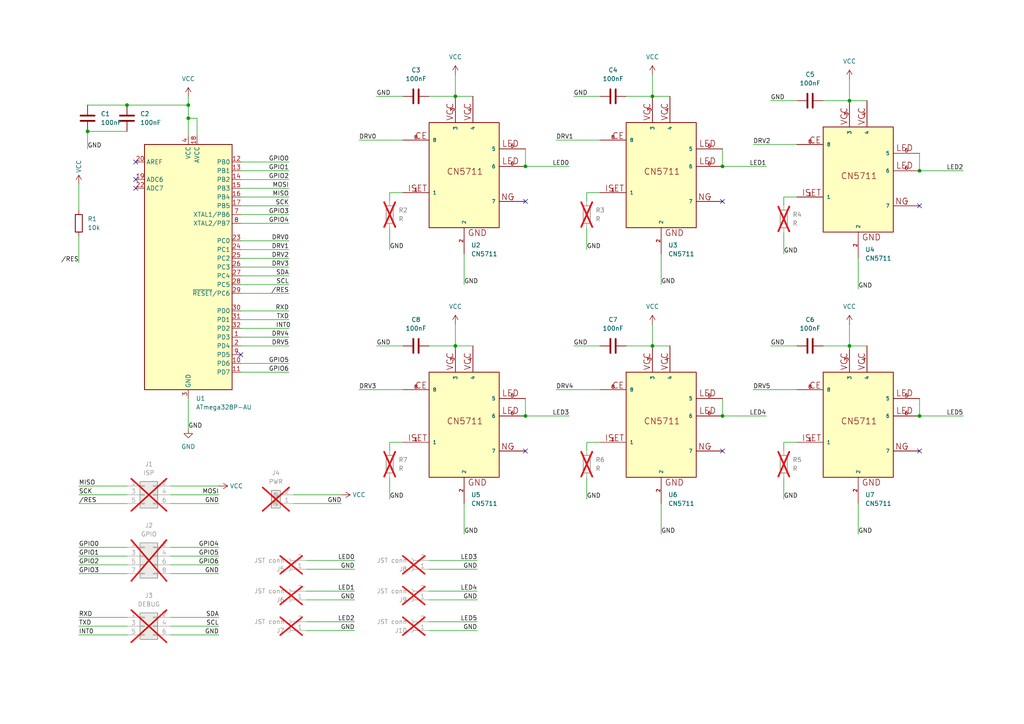
<source format=kicad_sch>
(kicad_sch (version 20231120) (generator "eeschema") (generator_version "8.0")
  (paper "A4")
  (lib_symbols
    (symbol "CN5711:CN5711" (pin_names (offset 1.016))
      (property "Reference" "U" (at -5.08 2.54 0))
      (property "Value" "CN5711" (at 0 0 0))
      (symbol "CN5711_0_0"
        (rectangle (start -10.16 -15.24) (end 10.16 15.24) (stroke (width 0.254)) (fill (type background)))
        (text "CE" (at -10.668 12.446 0) (effects (font (size 1.778 1.778)) (justify right top)))
        (text "CN5711" (at -5.08 0 0) (effects (font (size 1.778 1.778)) (justify left bottom)))
        (text "GND" (at 1.016 -17.78 0) (effects (font (size 1.778 1.778)) (justify left bottom)))
        (text "ISET" (at -10.668 -2.794 0) (effects (font (size 1.778 1.778)) (justify right top)))
        (text "LED" (at 10.922 3.048 0) (effects (font (size 1.778 1.778)) (justify left bottom)))
        (text "LED" (at 10.922 8.128 0) (effects (font (size 1.778 1.778)) (justify left bottom)))
        (text "NC" (at 10.668 -7.366 0) (effects (font (size 1.778 1.778)) (justify left bottom)))
        (text "VCC" (at -3.048 15.748 900) (effects (font (size 1.778 1.778)) (justify left bottom)))
        (text "VCC" (at 2.032 15.748 900) (effects (font (size 1.778 1.778)) (justify left bottom)))
        (pin bidirectional line (at -17.78 -5.08 0) (length 7.62) (name "1") (number "1"))
        (pin bidirectional line (at 17.78 7.62 180) (length 7.62) (name "5") (number "5"))
        (pin bidirectional line (at 17.78 2.54 180) (length 7.62) (name "6") (number "6"))
        (pin bidirectional line (at 17.78 -7.62 180) (length 7.62) (name "7") (number "7"))
        (pin bidirectional line (at -17.78 10.16 0) (length 7.62) (name "8") (number "8"))
      )
      (symbol "CN5711_1_0"
        (pin power_out line (at 0 -22.86 90) (length 7.62) (name "2") (number "2"))
        (pin power_in line (at -2.54 22.86 270) (length 7.62) (name "3") (number "3"))
        (pin power_in line (at 2.54 22.86 270) (length 7.62) (name "4") (number "4"))
      )
    )
    (symbol "Connector:Conn_01x02_Socket" (pin_names (offset 1.016) hide)
      (property "Reference" "J" (at 0 2.54 0))
      (property "Value" "Conn_01x02_Socket" (at 0 -5.08 0))
      (symbol "Conn_01x02_Socket_1_1"
        (arc (start 0 -2.032) (mid -0.5058 -2.54) (end 0 -3.048) (stroke (width 0.1524)))
        (polyline (pts (xy -1.27 -2.54) (xy -0.508 -2.54)) (stroke (width 0.1524)))
        (polyline (pts (xy -1.27 0) (xy -0.508 0)) (stroke (width 0.1524)))
        (arc (start 0 0.508) (mid -0.5058 0) (end 0 -0.508) (stroke (width 0.1524)))
        (pin passive line (at -5.08 0 0) (length 3.81) (name "Pin_1") (number "1"))
        (pin passive line (at -5.08 -2.54 0) (length 3.81) (name "Pin_2") (number "2"))
      )
    )
    (symbol "Connector:Screw_Terminal_01x02" (pin_names (offset 1.016) hide)
      (property "Reference" "J" (at 0 2.54 0))
      (property "Value" "Screw_Terminal_01x02" (at 0 -5.08 0))
      (symbol "Screw_Terminal_01x02_1_1"
        (rectangle (start -1.27 1.27) (end 1.27 -3.81) (stroke (width 0.254)) (fill (type background)))
        (circle (center 0 -2.54) (radius 0.635) (stroke (width 0.1524)))
        (polyline (pts (xy -0.5334 -2.2098) (xy 0.3302 -3.048)) (stroke (width 0.1524)))
        (polyline (pts (xy -0.5334 0.3302) (xy 0.3302 -0.508)) (stroke (width 0.1524)))
        (polyline (pts (xy -0.3556 -2.032) (xy 0.508 -2.8702)) (stroke (width 0.1524)))
        (polyline (pts (xy -0.3556 0.508) (xy 0.508 -0.3302)) (stroke (width 0.1524)))
        (circle (center 0 0) (radius 0.635) (stroke (width 0.1524)))
        (pin passive line (at -5.08 0 0) (length 3.81) (name "Pin_1") (number "1"))
        (pin passive line (at -5.08 -2.54 0) (length 3.81) (name "Pin_2") (number "2"))
      )
    )
    (symbol "Connector_Generic:Conn_02x03_Odd_Even" (pin_names (offset 1.016) hide)
      (property "Reference" "J" (at 1.27 5.08 0))
      (property "Value" "Conn_02x03_Odd_Even" (at 1.27 -5.08 0))
      (symbol "Conn_02x03_Odd_Even_1_1"
        (rectangle (start -1.27 -2.413) (end 0 -2.667) (stroke (width 0.1524)))
        (rectangle (start -1.27 0.127) (end 0 -0.127) (stroke (width 0.1524)))
        (rectangle (start -1.27 2.667) (end 0 2.413) (stroke (width 0.1524)))
        (rectangle (start -1.27 3.81) (end 3.81 -3.81) (stroke (width 0.254)) (fill (type background)))
        (rectangle (start 3.81 -2.413) (end 2.54 -2.667) (stroke (width 0.1524)))
        (rectangle (start 3.81 0.127) (end 2.54 -0.127) (stroke (width 0.1524)))
        (rectangle (start 3.81 2.667) (end 2.54 2.413) (stroke (width 0.1524)))
        (pin passive line (at -5.08 2.54 0) (length 3.81) (name "Pin_1") (number "1"))
        (pin passive line (at 7.62 2.54 180) (length 3.81) (name "Pin_2") (number "2"))
        (pin passive line (at -5.08 0 0) (length 3.81) (name "Pin_3") (number "3"))
        (pin passive line (at 7.62 0 180) (length 3.81) (name "Pin_4") (number "4"))
        (pin passive line (at -5.08 -2.54 0) (length 3.81) (name "Pin_5") (number "5"))
        (pin passive line (at 7.62 -2.54 180) (length 3.81) (name "Pin_6") (number "6"))
      )
    )
    (symbol "Connector_Generic:Conn_02x04_Odd_Even" (pin_names (offset 1.016) hide)
      (property "Reference" "J" (at 1.27 5.08 0))
      (property "Value" "Conn_02x04_Odd_Even" (at 1.27 -7.62 0))
      (symbol "Conn_02x04_Odd_Even_1_1"
        (rectangle (start -1.27 -4.953) (end 0 -5.207) (stroke (width 0.1524)))
        (rectangle (start -1.27 -2.413) (end 0 -2.667) (stroke (width 0.1524)))
        (rectangle (start -1.27 0.127) (end 0 -0.127) (stroke (width 0.1524)))
        (rectangle (start -1.27 2.667) (end 0 2.413) (stroke (width 0.1524)))
        (rectangle (start -1.27 3.81) (end 3.81 -6.35) (stroke (width 0.254)) (fill (type background)))
        (rectangle (start 3.81 -4.953) (end 2.54 -5.207) (stroke (width 0.1524)))
        (rectangle (start 3.81 -2.413) (end 2.54 -2.667) (stroke (width 0.1524)))
        (rectangle (start 3.81 0.127) (end 2.54 -0.127) (stroke (width 0.1524)))
        (rectangle (start 3.81 2.667) (end 2.54 2.413) (stroke (width 0.1524)))
        (pin passive line (at -5.08 2.54 0) (length 3.81) (name "Pin_1") (number "1"))
        (pin passive line (at 7.62 2.54 180) (length 3.81) (name "Pin_2") (number "2"))
        (pin passive line (at -5.08 0 0) (length 3.81) (name "Pin_3") (number "3"))
        (pin passive line (at 7.62 0 180) (length 3.81) (name "Pin_4") (number "4"))
        (pin passive line (at -5.08 -2.54 0) (length 3.81) (name "Pin_5") (number "5"))
        (pin passive line (at 7.62 -2.54 180) (length 3.81) (name "Pin_6") (number "6"))
        (pin passive line (at -5.08 -5.08 0) (length 3.81) (name "Pin_7") (number "7"))
        (pin passive line (at 7.62 -5.08 180) (length 3.81) (name "Pin_8") (number "8"))
      )
    )
    (symbol "Device:C" (pin_numbers hide) (pin_names (offset 0.254))
      (property "Reference" "C" (at 0.635 2.54 0))
      (property "Value" "C" (at 0.635 -2.54 0))
      (symbol "C_0_1"
        (polyline (pts (xy -2.032 -0.762) (xy 2.032 -0.762)) (stroke (width 0.508)))
        (polyline (pts (xy -2.032 0.762) (xy 2.032 0.762)) (stroke (width 0.508)))
      )
      (symbol "C_1_1"
        (pin passive line (at 0 3.81 270) (length 2.794) (name "~") (number "1"))
        (pin passive line (at 0 -3.81 90) (length 2.794) (name "~") (number "2"))
      )
    )
    (symbol "Device:R" (pin_numbers hide) (pin_names (offset 0))
      (property "Reference" "R" (at 2.032 0 90))
      (property "Value" "R" (at 0 0 90))
      (symbol "R_0_1"
        (rectangle (start -1.016 -2.54) (end 1.016 2.54) (stroke (width 0.254)))
      )
      (symbol "R_1_1"
        (pin passive line (at 0 3.81 270) (length 1.27) (name "~") (number "1"))
        (pin passive line (at 0 -3.81 90) (length 1.27) (name "~") (number "2"))
      )
    )
    (symbol "MCU_Microchip_ATmega:ATmega328P-A"
      (property "Reference" "U" (at -12.7 36.83 0))
      (property "Value" "ATmega328P-A" (at 2.54 -36.83 0))
      (symbol "ATmega328P-A_0_1"
        (rectangle (start -12.7 -35.56) (end 12.7 35.56) (stroke (width 0.254)) (fill (type background)))
      )
      (symbol "ATmega328P-A_1_1"
        (pin bidirectional line (at 15.24 -20.32 180) (length 2.54) (name "PD3") (number "1"))
        (pin bidirectional line (at 15.24 -27.94 180) (length 2.54) (name "PD6") (number "10"))
        (pin bidirectional line (at 15.24 -30.48 180) (length 2.54) (name "PD7") (number "11"))
        (pin bidirectional line (at 15.24 30.48 180) (length 2.54) (name "PB0") (number "12"))
        (pin bidirectional line (at 15.24 27.94 180) (length 2.54) (name "PB1") (number "13"))
        (pin bidirectional line (at 15.24 25.4 180) (length 2.54) (name "PB2") (number "14"))
        (pin bidirectional line (at 15.24 22.86 180) (length 2.54) (name "PB3") (number "15"))
        (pin bidirectional line (at 15.24 20.32 180) (length 2.54) (name "PB4") (number "16"))
        (pin bidirectional line (at 15.24 17.78 180) (length 2.54) (name "PB5") (number "17"))
        (pin power_in line (at 2.54 38.1 270) (length 2.54) (name "AVCC") (number "18"))
        (pin input line (at -15.24 25.4 0) (length 2.54) (name "ADC6") (number "19"))
        (pin bidirectional line (at 15.24 -22.86 180) (length 2.54) (name "PD4") (number "2"))
        (pin passive line (at -15.24 30.48 0) (length 2.54) (name "AREF") (number "20"))
        (pin passive line (at 0 -38.1 90) (length 2.54) hide (name "GND") (number "21"))
        (pin input line (at -15.24 22.86 0) (length 2.54) (name "ADC7") (number "22"))
        (pin bidirectional line (at 15.24 7.62 180) (length 2.54) (name "PC0") (number "23"))
        (pin bidirectional line (at 15.24 5.08 180) (length 2.54) (name "PC1") (number "24"))
        (pin bidirectional line (at 15.24 2.54 180) (length 2.54) (name "PC2") (number "25"))
        (pin bidirectional line (at 15.24 0 180) (length 2.54) (name "PC3") (number "26"))
        (pin bidirectional line (at 15.24 -2.54 180) (length 2.54) (name "PC4") (number "27"))
        (pin bidirectional line (at 15.24 -5.08 180) (length 2.54) (name "PC5") (number "28"))
        (pin bidirectional line (at 15.24 -7.62 180) (length 2.54) (name "~{RESET}/PC6") (number "29"))
        (pin power_in line (at 0 -38.1 90) (length 2.54) (name "GND") (number "3"))
        (pin bidirectional line (at 15.24 -12.7 180) (length 2.54) (name "PD0") (number "30"))
        (pin bidirectional line (at 15.24 -15.24 180) (length 2.54) (name "PD1") (number "31"))
        (pin bidirectional line (at 15.24 -17.78 180) (length 2.54) (name "PD2") (number "32"))
        (pin power_in line (at 0 38.1 270) (length 2.54) (name "VCC") (number "4"))
        (pin passive line (at 0 -38.1 90) (length 2.54) hide (name "GND") (number "5"))
        (pin passive line (at 0 38.1 270) (length 2.54) hide (name "VCC") (number "6"))
        (pin bidirectional line (at 15.24 15.24 180) (length 2.54) (name "XTAL1/PB6") (number "7"))
        (pin bidirectional line (at 15.24 12.7 180) (length 2.54) (name "XTAL2/PB7") (number "8"))
        (pin bidirectional line (at 15.24 -25.4 180) (length 2.54) (name "PD5") (number "9"))
      )
    )
    (symbol "power:GND" (power) (pin_numbers hide) (pin_names (offset 0) hide)
      (property "Value" "GND" (at 0 -3.81 0))
      (symbol "GND_0_1"
        (polyline (pts (xy 0 0) (xy 0 -1.27) (xy 1.27 -1.27) (xy 0 -2.54) (xy -1.27 -1.27) (xy 0 -1.27)))
      )
      (symbol "GND_1_1"
        (pin power_in line (at 0 0 270) (length 0) (name "~") (number "1"))
      )
    )
    (symbol "power:VCC" (power) (pin_numbers hide) (pin_names (offset 0) hide)
      (property "Value" "VCC" (at 0 3.556 0))
      (symbol "VCC_0_1"
        (polyline (pts (xy -0.762 1.27) (xy 0 2.54)))
        (polyline (pts (xy 0 0) (xy 0 2.54)))
        (polyline (pts (xy 0 2.54) (xy 0.762 1.27)))
      )
      (symbol "VCC_1_1"
        (pin power_in line (at 0 0 90) (length 0) (name "~") (number "1"))
      )
    )
  )
  (junction (at 36.83 30.48))
  (junction (at 132.08 100.33))
  (junction (at 152.4 120.65))
  (junction (at 266.7 120.65))
  (junction (at 25.4 38.1))
  (junction (at 246.38 29.21))
  (junction (at 209.55 48.26))
  (junction (at 132.08 27.94))
  (junction (at 266.7 49.53))
  (junction (at 209.55 120.65))
  (junction (at 152.4 48.26))
  (junction (at 189.23 27.94))
  (junction (at 54.61 30.48))
  (junction (at 246.38 100.33))
  (junction (at 189.23 100.33))
  (junction (at 54.61 34.29))
  (no_connect (at 39.37 54.61))
  (no_connect (at 152.4 130.81))
  (no_connect (at 69.85 102.87))
  (no_connect (at 39.37 46.99))
  (no_connect (at 39.37 52.07))
  (no_connect (at 209.55 58.42))
  (no_connect (at 266.7 59.69))
  (no_connect (at 152.4 58.42))
  (no_connect (at 209.55 130.81))
  (no_connect (at 266.7 130.81))
  (wire (pts (xy 88.9 162.56) (xy 102.87 162.56)))
  (wire (pts (xy 88.9 171.45) (xy 102.87 171.45)))
  (wire (pts (xy 246.38 93.98) (xy 246.38 100.33)))
  (wire (pts (xy 57.15 39.37) (xy 57.15 34.29)))
  (wire (pts (xy 189.23 21.59) (xy 189.23 27.94)))
  (wire (pts (xy 124.46 182.88) (xy 138.43 182.88)))
  (wire (pts (xy 218.44 41.91) (xy 231.14 41.91)))
  (wire (pts (xy 88.9 182.88) (xy 102.87 182.88)))
  (wire (pts (xy 36.83 179.07) (xy 22.86 179.07)))
  (wire (pts (xy 113.03 55.88) (xy 116.84 55.88)))
  (wire (pts (xy 132.08 93.98) (xy 132.08 100.33)))
  (wire (pts (xy 69.85 46.99) (xy 83.82 46.99)))
  (wire (pts (xy 246.38 22.86) (xy 246.38 29.21)))
  (wire (pts (xy 69.85 59.69) (xy 83.82 59.69)))
  (wire (pts (xy 36.83 184.15) (xy 22.86 184.15)))
  (wire (pts (xy 85.09 146.05) (xy 99.06 146.05)))
  (wire (pts (xy 69.85 49.53) (xy 83.82 49.53)))
  (wire (pts (xy 69.85 62.23) (xy 83.82 62.23)))
  (wire (pts (xy 227.33 57.15) (xy 231.14 57.15)))
  (wire (pts (xy 170.18 130.81) (xy 170.18 128.27)))
  (wire (pts (xy 170.18 58.42) (xy 170.18 55.88)))
  (wire (pts (xy 209.55 115.57) (xy 209.55 120.65)))
  (wire (pts (xy 152.4 43.18) (xy 152.4 48.26)))
  (wire (pts (xy 124.46 165.1) (xy 138.43 165.1)))
  (wire (pts (xy 209.55 48.26) (xy 222.25 48.26)))
  (wire (pts (xy 69.85 72.39) (xy 83.82 72.39)))
  (wire (pts (xy 113.03 58.42) (xy 113.03 55.88)))
  (wire (pts (xy 109.22 100.33) (xy 116.84 100.33)))
  (wire (pts (xy 166.37 100.33) (xy 173.99 100.33)))
  (wire (pts (xy 104.14 113.03) (xy 116.84 113.03)))
  (wire (pts (xy 36.83 163.83) (xy 22.86 163.83)))
  (wire (pts (xy 69.85 77.47) (xy 83.82 77.47)))
  (wire (pts (xy 49.53 161.29) (xy 63.5 161.29)))
  (wire (pts (xy 170.18 128.27) (xy 173.99 128.27)))
  (wire (pts (xy 36.83 161.29) (xy 22.86 161.29)))
  (wire (pts (xy 49.53 166.37) (xy 63.5 166.37)))
  (wire (pts (xy 85.09 143.51) (xy 99.06 143.51)))
  (wire (pts (xy 227.33 128.27) (xy 231.14 128.27)))
  (wire (pts (xy 113.03 66.04) (xy 113.03 72.39)))
  (wire (pts (xy 246.38 29.21) (xy 251.46 29.21)))
  (wire (pts (xy 69.85 100.33) (xy 83.82 100.33)))
  (wire (pts (xy 189.23 100.33) (xy 194.31 100.33)))
  (wire (pts (xy 49.53 140.97) (xy 63.5 140.97)))
  (wire (pts (xy 36.83 146.05) (xy 22.86 146.05)))
  (wire (pts (xy 189.23 27.94) (xy 194.31 27.94)))
  (wire (pts (xy 69.85 107.95) (xy 83.82 107.95)))
  (wire (pts (xy 69.85 90.17) (xy 83.82 90.17)))
  (wire (pts (xy 124.46 173.99) (xy 138.43 173.99)))
  (wire (pts (xy 134.62 73.66) (xy 134.62 82.55)))
  (wire (pts (xy 69.85 64.77) (xy 83.82 64.77)))
  (wire (pts (xy 161.29 40.64) (xy 173.99 40.64)))
  (wire (pts (xy 166.37 27.94) (xy 173.99 27.94)))
  (wire (pts (xy 36.83 30.48) (xy 54.61 30.48)))
  (wire (pts (xy 189.23 93.98) (xy 189.23 100.33)))
  (wire (pts (xy 69.85 97.79) (xy 83.82 97.79)))
  (wire (pts (xy 132.08 100.33) (xy 137.16 100.33)))
  (wire (pts (xy 124.46 162.56) (xy 138.43 162.56)))
  (wire (pts (xy 191.77 73.66) (xy 191.77 82.55)))
  (wire (pts (xy 22.86 68.58) (xy 22.86 76.2)))
  (wire (pts (xy 109.22 27.94) (xy 116.84 27.94)))
  (wire (pts (xy 266.7 44.45) (xy 266.7 49.53)))
  (wire (pts (xy 49.53 184.15) (xy 63.5 184.15)))
  (wire (pts (xy 49.53 163.83) (xy 63.5 163.83)))
  (wire (pts (xy 132.08 27.94) (xy 137.16 27.94)))
  (wire (pts (xy 49.53 143.51) (xy 63.5 143.51)))
  (wire (pts (xy 54.61 34.29) (xy 54.61 39.37)))
  (wire (pts (xy 113.03 128.27) (xy 116.84 128.27)))
  (wire (pts (xy 218.44 113.03) (xy 231.14 113.03)))
  (wire (pts (xy 69.85 52.07) (xy 83.82 52.07)))
  (wire (pts (xy 124.46 171.45) (xy 138.43 171.45)))
  (wire (pts (xy 181.61 100.33) (xy 189.23 100.33)))
  (wire (pts (xy 88.9 173.99) (xy 102.87 173.99)))
  (wire (pts (xy 238.76 29.21) (xy 246.38 29.21)))
  (wire (pts (xy 25.4 38.1) (xy 25.4 43.18)))
  (wire (pts (xy 49.53 181.61) (xy 63.5 181.61)))
  (wire (pts (xy 36.83 181.61) (xy 22.86 181.61)))
  (wire (pts (xy 88.9 180.34) (xy 102.87 180.34)))
  (wire (pts (xy 69.85 80.01) (xy 83.82 80.01)))
  (wire (pts (xy 266.7 120.65) (xy 279.4 120.65)))
  (wire (pts (xy 69.85 95.25) (xy 83.82 95.25)))
  (wire (pts (xy 49.53 146.05) (xy 63.5 146.05)))
  (wire (pts (xy 134.62 146.05) (xy 134.62 154.94)))
  (wire (pts (xy 69.85 69.85) (xy 83.82 69.85)))
  (wire (pts (xy 209.55 43.18) (xy 209.55 48.26)))
  (wire (pts (xy 209.55 120.65) (xy 222.25 120.65)))
  (wire (pts (xy 54.61 34.29) (xy 57.15 34.29)))
  (wire (pts (xy 170.18 55.88) (xy 173.99 55.88)))
  (wire (pts (xy 69.85 105.41) (xy 83.82 105.41)))
  (wire (pts (xy 191.77 146.05) (xy 191.77 154.94)))
  (wire (pts (xy 227.33 138.43) (xy 227.33 144.78)))
  (wire (pts (xy 104.14 40.64) (xy 116.84 40.64)))
  (wire (pts (xy 88.9 165.1) (xy 102.87 165.1)))
  (wire (pts (xy 22.86 60.96) (xy 22.86 53.34)))
  (wire (pts (xy 124.46 180.34) (xy 138.43 180.34)))
  (wire (pts (xy 54.61 27.94) (xy 54.61 30.48)))
  (wire (pts (xy 266.7 49.53) (xy 279.4 49.53)))
  (wire (pts (xy 152.4 120.65) (xy 165.1 120.65)))
  (wire (pts (xy 132.08 21.59) (xy 132.08 27.94)))
  (wire (pts (xy 69.85 85.09) (xy 83.82 85.09)))
  (wire (pts (xy 69.85 82.55) (xy 83.82 82.55)))
  (wire (pts (xy 161.29 113.03) (xy 173.99 113.03)))
  (wire (pts (xy 124.46 27.94) (xy 132.08 27.94)))
  (wire (pts (xy 36.83 140.97) (xy 22.86 140.97)))
  (wire (pts (xy 113.03 138.43) (xy 113.03 144.78)))
  (wire (pts (xy 69.85 74.93) (xy 83.82 74.93)))
  (wire (pts (xy 170.18 66.04) (xy 170.18 72.39)))
  (wire (pts (xy 25.4 30.48) (xy 36.83 30.48)))
  (wire (pts (xy 227.33 59.69) (xy 227.33 57.15)))
  (wire (pts (xy 248.92 146.05) (xy 248.92 154.94)))
  (wire (pts (xy 124.46 100.33) (xy 132.08 100.33)))
  (wire (pts (xy 227.33 130.81) (xy 227.33 128.27)))
  (wire (pts (xy 54.61 115.57) (xy 54.61 124.46)))
  (wire (pts (xy 54.61 30.48) (xy 54.61 34.29)))
  (wire (pts (xy 266.7 115.57) (xy 266.7 120.65)))
  (wire (pts (xy 36.83 143.51) (xy 22.86 143.51)))
  (wire (pts (xy 152.4 48.26) (xy 165.1 48.26)))
  (wire (pts (xy 170.18 138.43) (xy 170.18 144.78)))
  (wire (pts (xy 181.61 27.94) (xy 189.23 27.94)))
  (wire (pts (xy 113.03 130.81) (xy 113.03 128.27)))
  (wire (pts (xy 238.76 100.33) (xy 246.38 100.33)))
  (wire (pts (xy 36.83 158.75) (xy 22.86 158.75)))
  (wire (pts (xy 223.52 100.33) (xy 231.14 100.33)))
  (wire (pts (xy 69.85 92.71) (xy 83.82 92.71)))
  (wire (pts (xy 25.4 38.1) (xy 36.83 38.1)))
  (wire (pts (xy 36.83 166.37) (xy 22.86 166.37)))
  (wire (pts (xy 69.85 57.15) (xy 83.82 57.15)))
  (wire (pts (xy 49.53 158.75) (xy 63.5 158.75)))
  (wire (pts (xy 69.85 54.61) (xy 83.82 54.61)))
  (wire (pts (xy 49.53 179.07) (xy 63.5 179.07)))
  (wire (pts (xy 246.38 100.33) (xy 251.46 100.33)))
  (wire (pts (xy 152.4 115.57) (xy 152.4 120.65)))
  (wire (pts (xy 223.52 29.21) (xy 231.14 29.21)))
  (wire (pts (xy 248.92 74.93) (xy 248.92 83.82)))
  (wire (pts (xy 227.33 67.31) (xy 227.33 73.66)))
  (label "GND" (at 134.62 82.55 0))
  (label "DRV3" (at 104.14 113.03 0))
  (label "SCK" (at 83.82 59.69 180))
  (label "MISO" (at 22.86 140.97 0))
  (label "SCL" (at 63.5 181.61 180))
  (label "SDA" (at 63.5 179.07 180))
  (label "GPIO5" (at 83.82 105.41 180))
  (label "GND" (at 191.77 154.94 0))
  (label "DRV3" (at 83.82 77.47 180))
  (label "LED0" (at 165.1 48.26 180))
  (label "TXD" (at 83.82 92.71 180))
  (label "GND" (at 170.18 144.78 0))
  (label "GND" (at 99.06 146.05 180))
  (label "GND" (at 248.92 83.82 0))
  (label "LED5" (at 279.4 120.65 180))
  (label "GPIO3" (at 83.82 62.23 180))
  (label "GND" (at 102.87 173.99 180))
  (label "GND" (at 134.62 154.94 0))
  (label "DRV1" (at 83.82 72.39 180))
  (label "GPIO6" (at 63.5 163.83 180))
  (label "GND" (at 166.37 27.94 0))
  (label "GND" (at 170.18 72.39 0))
  (label "GPIO0" (at 83.82 46.99 180))
  (label "GND" (at 113.03 72.39 0))
  (label "GND" (at 63.5 184.15 180))
  (label "GPIO3" (at 22.86 166.37 0))
  (label "GND" (at 223.52 29.21 0))
  (label "GPIO2" (at 83.82 52.07 180))
  (label "DRV1" (at 161.29 40.64 0))
  (label "GND" (at 223.52 100.33 0))
  (label "DRV0" (at 104.14 40.64 0))
  (label "SDA" (at 83.82 80.01 180))
  (label "GND" (at 138.43 165.1 180))
  (label "{slash}RES" (at 83.82 85.09 180))
  (label "MOSI" (at 63.5 143.51 180))
  (label "GND" (at 113.03 144.78 0))
  (label "GPIO5" (at 63.5 161.29 180))
  (label "GND" (at 63.5 146.05 180))
  (label "SCK" (at 22.86 143.51 0))
  (label "TXD" (at 22.86 181.61 0))
  (label "GND" (at 109.22 100.33 0))
  (label "MISO" (at 83.82 57.15 180))
  (label "GND" (at 54.61 124.46 0))
  (label "RXD" (at 83.82 90.17 180))
  (label "GND" (at 227.33 73.66 0))
  (label "INT0" (at 80.01 95.25 0))
  (label "RXD" (at 22.86 179.07 0))
  (label "DRV4" (at 161.29 113.03 0))
  (label "INT0" (at 22.86 184.15 0))
  (label "DRV5" (at 83.82 100.33 180))
  (label "GND" (at 248.92 154.94 0))
  (label "LED2" (at 102.87 180.34 180))
  (label "GND" (at 138.43 182.88 180))
  (label "{slash}RES" (at 22.86 76.2 180))
  (label "LED1" (at 102.87 171.45 180))
  (label "GND" (at 102.87 182.88 180))
  (label "DRV0" (at 83.82 69.85 180))
  (label "LED3" (at 138.43 162.56 180))
  (label "GPIO4" (at 63.5 158.75 180))
  (label "GND" (at 25.4 43.18 0))
  (label "GND" (at 166.37 100.33 0))
  (label "GND" (at 191.77 82.55 0))
  (label "GPIO6" (at 83.82 107.95 180))
  (label "LED0" (at 102.87 162.56 180))
  (label "GPIO1" (at 83.82 49.53 180))
  (label "GND" (at 227.33 144.78 0))
  (label "DRV2" (at 218.44 41.91 0))
  (label "LED4" (at 222.25 120.65 180))
  (label "LED3" (at 165.1 120.65 180))
  (label "DRV4" (at 83.82 97.79 180))
  (label "DRV5" (at 218.44 113.03 0))
  (label "GND" (at 138.43 173.99 180))
  (label "GPIO4" (at 83.82 64.77 180))
  (label "GPIO1" (at 22.86 161.29 0))
  (label "LED4" (at 138.43 171.45 180))
  (label "{slash}RES" (at 22.86 146.05 0))
  (label "LED1" (at 222.25 48.26 180))
  (label "SCL" (at 83.82 82.55 180))
  (label "GPIO2" (at 22.86 163.83 0))
  (label "DRV2" (at 83.82 74.93 180))
  (label "GND" (at 102.87 165.1 180))
  (label "GPIO0" (at 22.86 158.75 0))
  (label "LED2" (at 279.4 49.53 180))
  (label "GND" (at 63.5 166.37 180))
  (label "LED5" (at 138.43 180.34 180))
  (label "MOSI" (at 83.82 54.61 180))
  (label "GND" (at 109.22 27.94 0))
  (symbol (lib_id "Device:C") (at 120.65 27.94 90) (unit 1)
    (property "Reference" "C3" (at 120.65 20.32 90))
    (property "Value" "100nF" (at 120.65 22.86 90))
    (property "Footprint" "Capacitor_SMD:C_0805_2012Metric" (effects (hide yes)))
    (property "Description" "Unpolarized capacitor" (effects (hide yes)))
  )
  (symbol (lib_id "CN5711:CN5711") (at 191.77 123.19 0) (unit 1)
    (property "Reference" "U6" (at 193.7894 143.51 0) (effects (justify left)))
    (property "Value" "CN5711" (at 193.7894 146.05 0) (effects (justify left)))
    (property "Footprint" "Package_SO:SOIC-8-1EP_3.9x4.9mm_P1.27mm_EP2.41x3.3mm_ThermalVias" (effects (hide yes)))
    (property "MF" "Bud Industries" (effects (hide yes)))
    (property "Description_1" "\n                        \n                            Enclosure,Box-Lid,Aluminum,Diecast,Natural,8.75x5.74x2.25 In,NEMA13,CN Series | Bud Industries CN-5711\n                        \n" (effects (hide yes)))
    (property "Package" "None" (effects (hide yes)))
    (property "Price" "None" (effects (hide yes)))
    (property "SnapEDA_Link" "https://www.snapeda.com/parts/CN-5711/Bud+Industries/view-part/?ref=snap" (effects (hide yes)))
    (property "MP" "CN-5711" (effects (hide yes)))
    (property "Availability" "In Stock" (effects (hide yes)))
    (property "Check_prices" "https://www.snapeda.com/parts/CN-5711/Bud+Industries/view-part/?ref=eda" (effects (hide yes)))
  )
  (symbol (lib_id "MCU_Microchip_ATmega:ATmega328P-A") (at 54.61 77.47 0) (unit 1)
    (property "Reference" "U1" (at 56.8041 115.57 0) (effects (justify left)))
    (property "Value" "ATmega328P-AU" (at 56.8041 118.11 0) (effects (justify left)))
    (property "Footprint" "Package_QFP:TQFP-32_7x7mm_P0.8mm" (effects (hide yes)))
    (property "Datasheet" "http://ww1.microchip.com/downloads/en/DeviceDoc/ATmega328_P%20AVR%20MCU%20with%20picoPower%20Technology%20Data%20Sheet%2040001984A.pdf" (effects (hide yes)))
    (property "Description" "20MHz, 32kB Flash, 2kB SRAM, 1kB EEPROM, TQFP-32" (effects (hide yes)))
  )
  (symbol (lib_id "CN5711:CN5711") (at 134.62 123.19 0) (unit 1)
    (property "Reference" "U5" (at 136.6394 143.51 0) (effects (justify left)))
    (property "Value" "CN5711" (at 136.6394 146.05 0) (effects (justify left)))
    (property "Footprint" "Package_SO:SOIC-8-1EP_3.9x4.9mm_P1.27mm_EP2.41x3.3mm_ThermalVias" (effects (hide yes)))
    (property "MF" "Bud Industries" (effects (hide yes)))
    (property "Description_1" "\n                        \n                            Enclosure,Box-Lid,Aluminum,Diecast,Natural,8.75x5.74x2.25 In,NEMA13,CN Series | Bud Industries CN-5711\n                        \n" (effects (hide yes)))
    (property "Package" "None" (effects (hide yes)))
    (property "Price" "None" (effects (hide yes)))
    (property "SnapEDA_Link" "https://www.snapeda.com/parts/CN-5711/Bud+Industries/view-part/?ref=snap" (effects (hide yes)))
    (property "MP" "CN-5711" (effects (hide yes)))
    (property "Availability" "In Stock" (effects (hide yes)))
    (property "Check_prices" "https://www.snapeda.com/parts/CN-5711/Bud+Industries/view-part/?ref=eda" (effects (hide yes)))
  )
  (symbol (lib_id "Connector:Conn_01x02_Socket") (at 83.82 165.1 180) (unit 1) (dnp yes)
    (property "Reference" "J5" (at 82.55 165.1001 0) (effects (justify left)))
    (property "Value" "JST conn" (at 82.55 162.5601 0) (effects (justify left)))
    (property "Footprint" "Connector_JST:JST_PH_B2B-PH-K_1x02_P2.00mm_Vertical" (effects (hide yes)))
    (property "Description" "Generic connector, single row, 01x02, script generated" (effects (hide yes)))
  )
  (symbol (lib_id "Connector:Conn_01x02_Socket") (at 83.82 182.88 180) (unit 1) (dnp yes)
    (property "Reference" "J7" (at 82.55 182.8801 0) (effects (justify left)))
    (property "Value" "JST conn" (at 82.55 180.3401 0) (effects (justify left)))
    (property "Footprint" "Connector_JST:JST_PH_B2B-PH-K_1x02_P2.00mm_Vertical" (effects (hide yes)))
    (property "Description" "Generic connector, single row, 01x02, script generated" (effects (hide yes)))
  )
  (symbol (lib_id "power:VCC") (at 99.06 143.51 270) (unit 1)
    (property "Reference" "#PWR09" (effects (hide yes)))
    (property "Value" "VCC" (at 104.14 143.51 90))
    (property "Description" "Power symbol creates a global label with name \"VCC\"" (effects (hide yes)))
  )
  (symbol (lib_id "CN5711:CN5711") (at 248.92 123.19 0) (unit 1)
    (property "Reference" "U7" (at 250.9394 143.51 0) (effects (justify left)))
    (property "Value" "CN5711" (at 250.9394 146.05 0) (effects (justify left)))
    (property "Footprint" "Package_SO:SOIC-8-1EP_3.9x4.9mm_P1.27mm_EP2.41x3.3mm_ThermalVias" (effects (hide yes)))
    (property "MF" "Bud Industries" (effects (hide yes)))
    (property "Description_1" "\n                        \n                            Enclosure,Box-Lid,Aluminum,Diecast,Natural,8.75x5.74x2.25 In,NEMA13,CN Series | Bud Industries CN-5711\n                        \n" (effects (hide yes)))
    (property "Package" "None" (effects (hide yes)))
    (property "Price" "None" (effects (hide yes)))
    (property "SnapEDA_Link" "https://www.snapeda.com/parts/CN-5711/Bud+Industries/view-part/?ref=snap" (effects (hide yes)))
    (property "MP" "CN-5711" (effects (hide yes)))
    (property "Availability" "In Stock" (effects (hide yes)))
    (property "Check_prices" "https://www.snapeda.com/parts/CN-5711/Bud+Industries/view-part/?ref=eda" (effects (hide yes)))
  )
  (symbol (lib_id "Device:C") (at 120.65 100.33 90) (unit 1)
    (property "Reference" "C8" (at 120.65 92.71 90))
    (property "Value" "100nF" (at 120.65 95.25 90))
    (property "Footprint" "Capacitor_SMD:C_0805_2012Metric" (effects (hide yes)))
    (property "Description" "Unpolarized capacitor" (effects (hide yes)))
  )
  (symbol (lib_id "power:VCC") (at 132.08 93.98 0) (unit 1)
    (property "Reference" "#PWR06" (effects (hide yes)))
    (property "Value" "VCC" (at 132.08 88.9 0))
    (property "Description" "Power symbol creates a global label with name \"VCC\"" (effects (hide yes)))
  )
  (symbol (lib_id "Device:C") (at 36.83 34.29 0) (unit 1)
    (property "Reference" "C2" (at 40.64 33.0199 0) (effects (justify left)))
    (property "Value" "100nF" (at 40.64 35.5599 0) (effects (justify left)))
    (property "Footprint" "Capacitor_SMD:C_0805_2012Metric" (effects (hide yes)))
    (property "Description" "Unpolarized capacitor" (effects (hide yes)))
  )
  (symbol (lib_id "Connector_Generic:Conn_02x03_Odd_Even") (at 41.91 143.51 0) (unit 1) (dnp yes)
    (property "Reference" "J1" (at 43.18 134.62 0))
    (property "Value" "ISP" (at 43.18 137.16 0))
    (property "Footprint" "Connector_PinHeader_2.54mm:PinHeader_2x03_P2.54mm_Vertical" (effects (hide yes)))
    (property "Description" "Generic connector, double row, 02x03, odd/even pin numbering scheme (row 1 odd numbers, row 2 even numbers), script generated (kicad-library-utils/schlib/autogen/connector/)" (effects (hide yes)))
  )
  (symbol (lib_id "power:GND") (at 54.61 124.46 0) (unit 1)
    (property "Reference" "#PWR01" (effects (hide yes)))
    (property "Value" "GND" (at 54.61 129.54 0))
    (property "Description" "Power symbol creates a global label with name \"GND\" , ground" (effects (hide yes)))
  )
  (symbol (lib_id "CN5711:CN5711") (at 248.92 52.07 0) (unit 1)
    (property "Reference" "U4" (at 250.9394 72.39 0) (effects (justify left)))
    (property "Value" "CN5711" (at 250.9394 74.93 0) (effects (justify left)))
    (property "Footprint" "Package_SO:SOIC-8-1EP_3.9x4.9mm_P1.27mm_EP2.41x3.3mm_ThermalVias" (effects (hide yes)))
    (property "MF" "Bud Industries" (effects (hide yes)))
    (property "Description_1" "\n                        \n                            Enclosure,Box-Lid,Aluminum,Diecast,Natural,8.75x5.74x2.25 In,NEMA13,CN Series | Bud Industries CN-5711\n                        \n" (effects (hide yes)))
    (property "Package" "None" (effects (hide yes)))
    (property "Price" "None" (effects (hide yes)))
    (property "SnapEDA_Link" "https://www.snapeda.com/parts/CN-5711/Bud+Industries/view-part/?ref=snap" (effects (hide yes)))
    (property "MP" "CN-5711" (effects (hide yes)))
    (property "Availability" "In Stock" (effects (hide yes)))
    (property "Check_prices" "https://www.snapeda.com/parts/CN-5711/Bud+Industries/view-part/?ref=eda" (effects (hide yes)))
  )
  (symbol (lib_id "power:VCC") (at 63.5 140.97 270) (unit 1)
    (property "Reference" "#PWR010" (effects (hide yes)))
    (property "Value" "VCC" (at 68.58 140.97 90))
    (property "Description" "Power symbol creates a global label with name \"VCC\"" (effects (hide yes)))
  )
  (symbol (lib_id "Device:R") (at 227.33 134.62 180) (unit 1) (dnp yes)
    (property "Reference" "R5" (at 229.87 133.3499 0) (effects (justify right)))
    (property "Value" "R" (at 229.87 135.8899 0) (effects (justify right)))
    (property "Footprint" "Resistor_SMD:R_0805_2012Metric" (effects (hide yes)))
    (property "Description" "Resistor" (effects (hide yes)))
  )
  (symbol (lib_id "Connector_Generic:Conn_02x04_Odd_Even") (at 41.91 161.29 0) (unit 1) (dnp yes)
    (property "Reference" "J2" (at 43.18 152.4 0))
    (property "Value" "GPIO" (at 43.18 154.94 0))
    (property "Footprint" "Connector_PinHeader_2.54mm:PinHeader_2x04_P2.54mm_Vertical" (effects (hide yes)))
    (property "Description" "Generic connector, double row, 02x04, odd/even pin numbering scheme (row 1 odd numbers, row 2 even numbers), script generated (kicad-library-utils/schlib/autogen/connector/)" (effects (hide yes)))
  )
  (symbol (lib_id "Connector:Conn_01x02_Socket") (at 119.38 182.88 180) (unit 1) (dnp yes)
    (property "Reference" "J10" (at 118.11 182.8801 0) (effects (justify left)))
    (property "Value" "JST conn" (at 118.11 180.3401 0) (effects (justify left)))
    (property "Footprint" "Connector_JST:JST_PH_B2B-PH-K_1x02_P2.00mm_Vertical" (effects (hide yes)))
    (property "Description" "Generic connector, single row, 01x02, script generated" (effects (hide yes)))
  )
  (symbol (lib_id "Device:C") (at 234.95 100.33 90) (unit 1)
    (property "Reference" "C6" (at 234.95 92.71 90))
    (property "Value" "100nF" (at 234.95 95.25 90))
    (property "Footprint" "Capacitor_SMD:C_0805_2012Metric" (effects (hide yes)))
    (property "Description" "Unpolarized capacitor" (effects (hide yes)))
  )
  (symbol (lib_id "Device:R") (at 227.33 63.5 180) (unit 1) (dnp yes)
    (property "Reference" "R4" (at 229.87 62.2299 0) (effects (justify right)))
    (property "Value" "R" (at 229.87 64.7699 0) (effects (justify right)))
    (property "Footprint" "Resistor_SMD:R_0805_2012Metric" (effects (hide yes)))
    (property "Description" "Resistor" (effects (hide yes)))
  )
  (symbol (lib_id "Connector:Conn_01x02_Socket") (at 83.82 173.99 180) (unit 1) (dnp yes)
    (property "Reference" "J6" (at 82.55 173.9901 0) (effects (justify left)))
    (property "Value" "JST conn" (at 82.55 171.4501 0) (effects (justify left)))
    (property "Footprint" "Connector_JST:JST_PH_B2B-PH-K_1x02_P2.00mm_Vertical" (effects (hide yes)))
    (property "Description" "Generic connector, single row, 01x02, script generated" (effects (hide yes)))
  )
  (symbol (lib_id "power:VCC") (at 22.86 53.34 0) (unit 1)
    (property "Reference" "#PWR011" (effects (hide yes)))
    (property "Value" "VCC" (at 22.86 48.26 90))
    (property "Description" "Power symbol creates a global label with name \"VCC\"" (effects (hide yes)))
  )
  (symbol (lib_id "Connector:Conn_01x02_Socket") (at 119.38 173.99 180) (unit 1) (dnp yes)
    (property "Reference" "J9" (at 118.11 173.9901 0) (effects (justify left)))
    (property "Value" "JST conn" (at 118.11 171.4501 0) (effects (justify left)))
    (property "Footprint" "Connector_JST:JST_PH_B2B-PH-K_1x02_P2.00mm_Vertical" (effects (hide yes)))
    (property "Description" "Generic connector, single row, 01x02, script generated" (effects (hide yes)))
  )
  (symbol (lib_id "Device:R") (at 170.18 62.23 180) (unit 1) (dnp yes)
    (property "Reference" "R3" (at 172.72 60.9599 0) (effects (justify right)))
    (property "Value" "R" (at 172.72 63.4999 0) (effects (justify right)))
    (property "Footprint" "Resistor_SMD:R_0805_2012Metric" (effects (hide yes)))
    (property "Description" "Resistor" (effects (hide yes)))
  )
  (symbol (lib_id "power:VCC") (at 246.38 22.86 0) (unit 1)
    (property "Reference" "#PWR05" (effects (hide yes)))
    (property "Value" "VCC" (at 246.38 17.78 0))
    (property "Description" "Power symbol creates a global label with name \"VCC\"" (effects (hide yes)))
  )
  (symbol (lib_id "Connector_Generic:Conn_02x03_Odd_Even") (at 41.91 181.61 0) (unit 1) (dnp yes)
    (property "Reference" "J3" (at 43.18 172.72 0))
    (property "Value" "DEBUG" (at 43.18 175.26 0))
    (property "Footprint" "Connector_PinHeader_2.54mm:PinHeader_2x03_P2.54mm_Vertical" (effects (hide yes)))
    (property "Description" "Generic connector, double row, 02x03, odd/even pin numbering scheme (row 1 odd numbers, row 2 even numbers), script generated (kicad-library-utils/schlib/autogen/connector/)" (effects (hide yes)))
  )
  (symbol (lib_id "Device:R") (at 113.03 62.23 180) (unit 1) (dnp yes)
    (property "Reference" "R2" (at 115.57 60.9599 0) (effects (justify right)))
    (property "Value" "R" (at 115.57 63.4999 0) (effects (justify right)))
    (property "Footprint" "Resistor_SMD:R_0805_2012Metric" (effects (hide yes)))
    (property "Description" "Resistor" (effects (hide yes)))
  )
  (symbol (lib_id "CN5711:CN5711") (at 191.77 50.8 0) (unit 1)
    (property "Reference" "U3" (at 193.7894 71.12 0) (effects (justify left)))
    (property "Value" "CN5711" (at 193.7894 73.66 0) (effects (justify left)))
    (property "Footprint" "Package_SO:SOIC-8-1EP_3.9x4.9mm_P1.27mm_EP2.41x3.3mm_ThermalVias" (effects (hide yes)))
    (property "MF" "Bud Industries" (effects (hide yes)))
    (property "Description_1" "\n                        \n                            Enclosure,Box-Lid,Aluminum,Diecast,Natural,8.75x5.74x2.25 In,NEMA13,CN Series | Bud Industries CN-5711\n                        \n" (effects (hide yes)))
    (property "Package" "None" (effects (hide yes)))
    (property "Price" "None" (effects (hide yes)))
    (property "SnapEDA_Link" "https://www.snapeda.com/parts/CN-5711/Bud+Industries/view-part/?ref=snap" (effects (hide yes)))
    (property "MP" "CN-5711" (effects (hide yes)))
    (property "Availability" "In Stock" (effects (hide yes)))
    (property "Check_prices" "https://www.snapeda.com/parts/CN-5711/Bud+Industries/view-part/?ref=eda" (effects (hide yes)))
  )
  (symbol (lib_id "Device:C") (at 234.95 29.21 90) (unit 1)
    (property "Reference" "C5" (at 234.95 21.59 90))
    (property "Value" "100nF" (at 234.95 24.13 90))
    (property "Footprint" "Capacitor_SMD:C_0805_2012Metric" (effects (hide yes)))
    (property "Description" "Unpolarized capacitor" (effects (hide yes)))
  )
  (symbol (lib_id "Device:R") (at 22.86 64.77 180) (unit 1)
    (property "Reference" "R1" (at 25.4 63.4999 0) (effects (justify right)))
    (property "Value" "10k" (at 25.4 66.0399 0) (effects (justify right)))
    (property "Footprint" "Resistor_SMD:R_0805_2012Metric" (effects (hide yes)))
    (property "Description" "Resistor" (effects (hide yes)))
  )
  (symbol (lib_id "Device:C") (at 177.8 100.33 90) (unit 1)
    (property "Reference" "C7" (at 177.8 92.71 90))
    (property "Value" "100nF" (at 177.8 95.25 90))
    (property "Footprint" "Capacitor_SMD:C_0805_2012Metric" (effects (hide yes)))
    (property "Description" "Unpolarized capacitor" (effects (hide yes)))
  )
  (symbol (lib_id "Device:R") (at 170.18 134.62 180) (unit 1) (dnp yes)
    (property "Reference" "R6" (at 172.72 133.3499 0) (effects (justify right)))
    (property "Value" "R" (at 172.72 135.8899 0) (effects (justify right)))
    (property "Footprint" "Resistor_SMD:R_0805_2012Metric" (effects (hide yes)))
    (property "Description" "Resistor" (effects (hide yes)))
  )
  (symbol (lib_id "power:VCC") (at 246.38 93.98 0) (unit 1)
    (property "Reference" "#PWR08" (effects (hide yes)))
    (property "Value" "VCC" (at 246.38 88.9 0))
    (property "Description" "Power symbol creates a global label with name \"VCC\"" (effects (hide yes)))
  )
  (symbol (lib_id "power:VCC") (at 189.23 21.59 0) (unit 1)
    (property "Reference" "#PWR04" (effects (hide yes)))
    (property "Value" "VCC" (at 189.23 16.51 0))
    (property "Description" "Power symbol creates a global label with name \"VCC\"" (effects (hide yes)))
  )
  (symbol (lib_id "Device:C") (at 177.8 27.94 90) (unit 1)
    (property "Reference" "C4" (at 177.8 20.32 90))
    (property "Value" "100nF" (at 177.8 22.86 90))
    (property "Footprint" "Capacitor_SMD:C_0805_2012Metric" (effects (hide yes)))
    (property "Description" "Unpolarized capacitor" (effects (hide yes)))
  )
  (symbol (lib_id "CN5711:CN5711") (at 134.62 50.8 0) (unit 1)
    (property "Reference" "U2" (at 136.6394 71.12 0) (effects (justify left)))
    (property "Value" "CN5711" (at 136.6394 73.66 0) (effects (justify left)))
    (property "Footprint" "Package_SO:SOIC-8-1EP_3.9x4.9mm_P1.27mm_EP2.41x3.3mm_ThermalVias" (effects (hide yes)))
    (property "MF" "Bud Industries" (effects (hide yes)))
    (property "Description_1" "\n                        \n                            Enclosure,Box-Lid,Aluminum,Diecast,Natural,8.75x5.74x2.25 In,NEMA13,CN Series | Bud Industries CN-5711\n                        \n" (effects (hide yes)))
    (property "Package" "None" (effects (hide yes)))
    (property "Price" "None" (effects (hide yes)))
    (property "SnapEDA_Link" "https://www.snapeda.com/parts/CN-5711/Bud+Industries/view-part/?ref=snap" (effects (hide yes)))
    (property "MP" "CN-5711" (effects (hide yes)))
    (property "Availability" "In Stock" (effects (hide yes)))
    (property "Check_prices" "https://www.snapeda.com/parts/CN-5711/Bud+Industries/view-part/?ref=eda" (effects (hide yes)))
  )
  (symbol (lib_id "Device:R") (at 113.03 134.62 180) (unit 1) (dnp yes)
    (property "Reference" "R7" (at 115.57 133.3499 0) (effects (justify right)))
    (property "Value" "R" (at 115.57 135.8899 0) (effects (justify right)))
    (property "Footprint" "Resistor_SMD:R_0805_2012Metric" (effects (hide yes)))
    (property "Description" "Resistor" (effects (hide yes)))
  )
  (symbol (lib_id "Device:C") (at 25.4 34.29 0) (unit 1)
    (property "Reference" "C1" (at 29.21 33.0199 0) (effects (justify left)))
    (property "Value" "100nF" (at 29.21 35.5599 0) (effects (justify left)))
    (property "Footprint" "Capacitor_SMD:C_0805_2012Metric" (effects (hide yes)))
    (property "Description" "Unpolarized capacitor" (effects (hide yes)))
  )
  (symbol (lib_id "power:VCC") (at 132.08 21.59 0) (unit 1)
    (property "Reference" "#PWR02" (effects (hide yes)))
    (property "Value" "VCC" (at 132.08 16.51 0))
    (property "Description" "Power symbol creates a global label with name \"VCC\"" (effects (hide yes)))
  )
  (symbol (lib_id "Connector:Conn_01x02_Socket") (at 119.38 165.1 180) (unit 1) (dnp yes)
    (property "Reference" "J8" (at 118.11 165.1001 0) (effects (justify left)))
    (property "Value" "JST conn" (at 118.11 162.5601 0) (effects (justify left)))
    (property "Footprint" "Connector_JST:JST_PH_B2B-PH-K_1x02_P2.00mm_Vertical" (effects (hide yes)))
    (property "Description" "Generic connector, single row, 01x02, script generated" (effects (hide yes)))
  )
  (symbol (lib_id "Connector:Screw_Terminal_01x02") (at 80.01 146.05 180) (unit 1) (dnp yes)
    (property "Reference" "J4" (at 80.01 137.16 0))
    (property "Value" "PWR" (at 80.01 139.7 0))
    (property "Footprint" "TerminalBlock:TerminalBlock_bornier-2_P5.08mm" (effects (hide yes)))
    (property "Description" "Generic screw terminal, single row, 01x02, script generated (kicad-library-utils/schlib/autogen/connector/)" (effects (hide yes)))
  )
  (symbol (lib_id "power:VCC") (at 54.61 27.94 0) (unit 1)
    (property "Reference" "#PWR03" (effects (hide yes)))
    (property "Value" "VCC" (at 54.61 22.86 0))
    (property "Description" "Power symbol creates a global label with name \"VCC\"" (effects (hide yes)))
  )
  (symbol (lib_id "power:VCC") (at 189.23 93.98 0) (unit 1)
    (property "Reference" "#PWR07" (effects (hide yes)))
    (property "Value" "VCC" (at 189.23 88.9 0))
    (property "Description" "Power symbol creates a global label with name \"VCC\"" (effects (hide yes)))
  )
)
</source>
